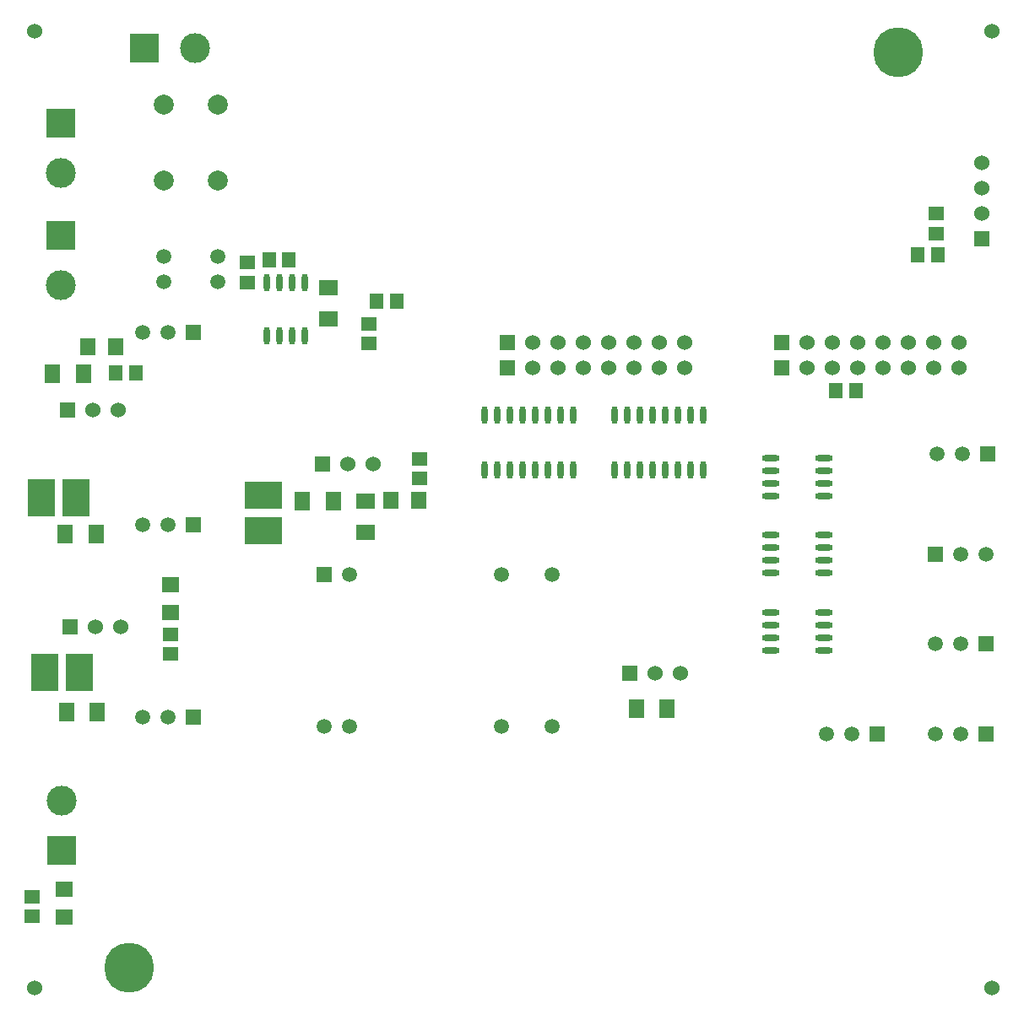
<source format=gbr>
G04 Layer_Color=255*
%FSLAX26Y26*%
%MOIN*%
%TF.FileFunction,Pads,Bot*%
%TF.Part,Single*%
G01*
G75*
%TA.AperFunction,SMDPad,CuDef*%
%ADD10R,0.059055X0.055118*%
%ADD15R,0.107087X0.148425*%
%ADD16R,0.059055X0.074803*%
%TA.AperFunction,ComponentPad*%
%ADD25C,0.060000*%
%ADD26R,0.060000X0.060000*%
%TA.AperFunction,ViaPad*%
%ADD27C,0.196850*%
%TA.AperFunction,ComponentPad*%
%ADD28C,0.059055*%
%ADD29C,0.078740*%
%ADD30R,0.059055X0.059055*%
%ADD31R,0.060000X0.060000*%
%ADD32R,0.059055X0.059055*%
%ADD33C,0.118110*%
%ADD34R,0.118110X0.118110*%
%ADD35R,0.118110X0.118110*%
%TA.AperFunction,WasherPad*%
%ADD36C,0.060000*%
%TA.AperFunction,SMDPad,CuDef*%
%ADD42R,0.062992X0.070866*%
%ADD43R,0.055118X0.059055*%
%ADD44R,0.070866X0.062992*%
%ADD45R,0.148425X0.107087*%
%ADD46R,0.074803X0.059055*%
%ADD47O,0.023622X0.070866*%
%ADD48O,0.070866X0.023622*%
D10*
X536000Y1398370D02*
D03*
Y1319630D02*
D03*
X1520000Y2012630D02*
D03*
Y2091370D02*
D03*
X1320000Y2625055D02*
D03*
Y2546315D02*
D03*
X838000Y2787630D02*
D03*
Y2866370D02*
D03*
X3560000Y3059370D02*
D03*
Y2980630D02*
D03*
X-12000Y282630D02*
D03*
Y361370D02*
D03*
D15*
X24315Y1937000D02*
D03*
X163685D02*
D03*
X37315Y1246000D02*
D03*
X176685D02*
D03*
D16*
X69976Y2426000D02*
D03*
X192024D02*
D03*
X123976Y1089000D02*
D03*
X246024D02*
D03*
X1055976Y1925000D02*
D03*
X1178024D02*
D03*
X2373976Y1103000D02*
D03*
X2496024D02*
D03*
X118976Y1795314D02*
D03*
X241023D02*
D03*
D25*
X330000Y2285000D02*
D03*
X230000D02*
D03*
X1334000Y2069000D02*
D03*
X1234000D02*
D03*
X339842Y1427000D02*
D03*
X239843D02*
D03*
X2550000Y1245000D02*
D03*
X2450000D02*
D03*
X3250000Y2550000D02*
D03*
X3350000D02*
D03*
X3450000D02*
D03*
X3550000D02*
D03*
X3650000D02*
D03*
X3050000D02*
D03*
X3150000D02*
D03*
X3740000Y3260000D02*
D03*
Y3160000D02*
D03*
Y3060000D02*
D03*
X3250000Y2450000D02*
D03*
X3350000D02*
D03*
X3450000D02*
D03*
X3550000D02*
D03*
X3650000D02*
D03*
X3050000D02*
D03*
X3150000D02*
D03*
X2165000D02*
D03*
X2265000D02*
D03*
X2365000D02*
D03*
X2465000D02*
D03*
X2565000D02*
D03*
X1965000D02*
D03*
X2065000D02*
D03*
X2165000Y2550000D02*
D03*
X2265000D02*
D03*
X2365000D02*
D03*
X2465000D02*
D03*
X2565000D02*
D03*
X1965000D02*
D03*
X2065000D02*
D03*
D26*
X130000Y2285000D02*
D03*
X1134000Y2069000D02*
D03*
X139843Y1427000D02*
D03*
X2350000Y1245000D02*
D03*
X2950000Y2550000D02*
D03*
Y2450000D02*
D03*
X1865000D02*
D03*
Y2550000D02*
D03*
D27*
X3408526Y3698528D02*
D03*
X371000Y81000D02*
D03*
D28*
X723787Y2790000D02*
D03*
Y2890000D02*
D03*
X508787Y2790000D02*
D03*
Y2890000D02*
D03*
X1241000Y1034000D02*
D03*
X1841000D02*
D03*
X2041000D02*
D03*
X1141000D02*
D03*
X1241000Y1634000D02*
D03*
X1841000D02*
D03*
X2041000D02*
D03*
X3654999Y1360413D02*
D03*
X3554999D02*
D03*
X3654999Y1005000D02*
D03*
X3554999D02*
D03*
X3225001Y1005000D02*
D03*
X3125001D02*
D03*
X3654996Y1715000D02*
D03*
X3754996D02*
D03*
X3661001Y2110000D02*
D03*
X3561001D02*
D03*
X525002Y1071000D02*
D03*
X425002D02*
D03*
X525002Y1830500D02*
D03*
X425002D02*
D03*
X525002Y2590000D02*
D03*
X425002D02*
D03*
D29*
X723787Y3190000D02*
D03*
Y3490000D02*
D03*
X508787Y3190000D02*
D03*
Y3490000D02*
D03*
D30*
X1141000Y1634000D02*
D03*
D31*
X3740000Y2960000D02*
D03*
D32*
X3754999Y1360413D02*
D03*
Y1005000D02*
D03*
X3325001Y1005000D02*
D03*
X3554996Y1715000D02*
D03*
X3761001Y2110000D02*
D03*
X625002Y1071000D02*
D03*
Y1830500D02*
D03*
Y2590000D02*
D03*
D33*
X102665Y2776575D02*
D03*
Y3221575D02*
D03*
X630553Y3715000D02*
D03*
X105001Y739425D02*
D03*
D34*
X102665Y2973425D02*
D03*
Y3418425D02*
D03*
X105001Y542575D02*
D03*
D35*
X433703Y3715000D02*
D03*
D36*
X0Y0D02*
D03*
X3779526D02*
D03*
Y3779528D02*
D03*
X0D02*
D03*
D42*
X208000Y2533000D02*
D03*
X318236D02*
D03*
X1406882Y1926000D02*
D03*
X1517118D02*
D03*
D43*
X319630Y2429000D02*
D03*
X398370D02*
D03*
X1428370Y2713055D02*
D03*
X1349630D02*
D03*
X1003370Y2876000D02*
D03*
X924630D02*
D03*
X3565370Y2896000D02*
D03*
X3486630D02*
D03*
X3242370Y2360000D02*
D03*
X3163630D02*
D03*
D44*
X537000Y1595118D02*
D03*
Y1484882D02*
D03*
X114000Y391118D02*
D03*
Y280882D02*
D03*
D45*
X903000Y1808315D02*
D03*
Y1947685D02*
D03*
D46*
X1304000Y1800976D02*
D03*
Y1923024D02*
D03*
X1158000Y2644976D02*
D03*
Y2767024D02*
D03*
D47*
X914000Y2787331D02*
D03*
X964000D02*
D03*
X1014000D02*
D03*
X1064000D02*
D03*
X914000Y2578669D02*
D03*
X964000D02*
D03*
X1014000D02*
D03*
X1064000D02*
D03*
X2125000Y2046732D02*
D03*
X2075000D02*
D03*
X2025000D02*
D03*
X1975000D02*
D03*
X1925000D02*
D03*
X1875000D02*
D03*
X1825000D02*
D03*
X1775000D02*
D03*
X2125000Y2263268D02*
D03*
X2075000D02*
D03*
X2025000D02*
D03*
X1975000D02*
D03*
X1925000D02*
D03*
X1875000D02*
D03*
X1825000D02*
D03*
X1775000D02*
D03*
X2640000Y2046732D02*
D03*
X2590000D02*
D03*
X2540000D02*
D03*
X2490000D02*
D03*
X2440000D02*
D03*
X2390000D02*
D03*
X2340000D02*
D03*
X2290000D02*
D03*
X2640000Y2263268D02*
D03*
X2590000D02*
D03*
X2540000D02*
D03*
X2490000D02*
D03*
X2440000D02*
D03*
X2390000D02*
D03*
X2340000D02*
D03*
X2290000D02*
D03*
D48*
X3114331Y1485000D02*
D03*
Y1435000D02*
D03*
Y1385000D02*
D03*
Y1335000D02*
D03*
X2905669Y1485000D02*
D03*
Y1435000D02*
D03*
Y1385000D02*
D03*
Y1335000D02*
D03*
X3114331Y1790000D02*
D03*
Y1740000D02*
D03*
Y1690000D02*
D03*
Y1640000D02*
D03*
X2905669Y1790000D02*
D03*
Y1740000D02*
D03*
Y1690000D02*
D03*
Y1640000D02*
D03*
X3114331Y2095000D02*
D03*
Y2045000D02*
D03*
Y1995000D02*
D03*
Y1945000D02*
D03*
X2905669Y2095000D02*
D03*
Y2045000D02*
D03*
Y1995000D02*
D03*
Y1945000D02*
D03*
%TF.MD5,c16f244e3745ec8ad48437fafc5146e1*%
M02*

</source>
